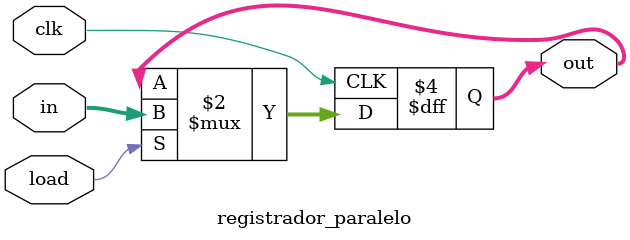
<source format=v>
module registrador_paralelo #
(
    parameter BITS = 64
)
(
    
    input [BITS-1:0] in,
    input clk,
    input load,
    output reg [BITS-1:0] out
);

    always @(posedge clk) begin
        if (load) begin
            out <= in;
        end
    end

endmodule
</source>
